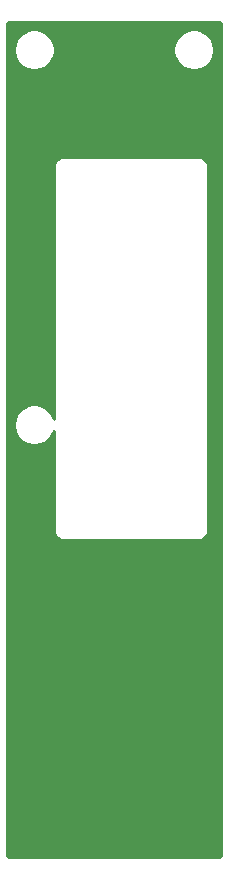
<source format=gbr>
G04 #@! TF.GenerationSoftware,KiCad,Pcbnew,(5.1.5)-3*
G04 #@! TF.CreationDate,2021-03-06T01:38:12+09:00*
G04 #@! TF.ProjectId,Setta21_Top,53657474-6132-4315-9f54-6f702e6b6963,rev?*
G04 #@! TF.SameCoordinates,Original*
G04 #@! TF.FileFunction,Copper,L1,Top*
G04 #@! TF.FilePolarity,Positive*
%FSLAX46Y46*%
G04 Gerber Fmt 4.6, Leading zero omitted, Abs format (unit mm)*
G04 Created by KiCad (PCBNEW (5.1.5)-3) date 2021-03-06 01:38:12*
%MOMM*%
%LPD*%
G04 APERTURE LIST*
%ADD10C,0.254000*%
G04 APERTURE END LIST*
D10*
G36*
X191815000Y-58783736D02*
G01*
X191815001Y-129216263D01*
X191716264Y-129315000D01*
X173783736Y-129315000D01*
X173685000Y-129216264D01*
X173685000Y-92579117D01*
X174265000Y-92579117D01*
X174265000Y-92920883D01*
X174331675Y-93256081D01*
X174462463Y-93571831D01*
X174652337Y-93855998D01*
X174894002Y-94097663D01*
X175178169Y-94287537D01*
X175493919Y-94418325D01*
X175829117Y-94485000D01*
X176170883Y-94485000D01*
X176506081Y-94418325D01*
X176821831Y-94287537D01*
X177105998Y-94097663D01*
X177347663Y-93855998D01*
X177537537Y-93571831D01*
X177665000Y-93264108D01*
X177665000Y-101766353D01*
X177661686Y-101800000D01*
X177674912Y-101934283D01*
X177714081Y-102063406D01*
X177777688Y-102182407D01*
X177863289Y-102286711D01*
X177967593Y-102372312D01*
X178086594Y-102435919D01*
X178215717Y-102475088D01*
X178350000Y-102488314D01*
X178383647Y-102485000D01*
X189966353Y-102485000D01*
X190000000Y-102488314D01*
X190134283Y-102475088D01*
X190263406Y-102435919D01*
X190382407Y-102372312D01*
X190486711Y-102286711D01*
X190572312Y-102182407D01*
X190635919Y-102063406D01*
X190675088Y-101934283D01*
X190685000Y-101833647D01*
X190685000Y-101833646D01*
X190688314Y-101800000D01*
X190685000Y-101766353D01*
X190685000Y-70833647D01*
X190688314Y-70800000D01*
X190675088Y-70665717D01*
X190635919Y-70536594D01*
X190572312Y-70417593D01*
X190486711Y-70313289D01*
X190382407Y-70227688D01*
X190263406Y-70164081D01*
X190134283Y-70124912D01*
X190033647Y-70115000D01*
X190000000Y-70111686D01*
X189966353Y-70115000D01*
X178383647Y-70115000D01*
X178350000Y-70111686D01*
X178316353Y-70115000D01*
X178215717Y-70124912D01*
X178086594Y-70164081D01*
X177967593Y-70227688D01*
X177863289Y-70313289D01*
X177777688Y-70417593D01*
X177714081Y-70536594D01*
X177674912Y-70665717D01*
X177661686Y-70800000D01*
X177665001Y-70833657D01*
X177665000Y-92235892D01*
X177537537Y-91928169D01*
X177347663Y-91644002D01*
X177105998Y-91402337D01*
X176821831Y-91212463D01*
X176506081Y-91081675D01*
X176170883Y-91015000D01*
X175829117Y-91015000D01*
X175493919Y-91081675D01*
X175178169Y-91212463D01*
X174894002Y-91402337D01*
X174652337Y-91644002D01*
X174462463Y-91928169D01*
X174331675Y-92243919D01*
X174265000Y-92579117D01*
X173685000Y-92579117D01*
X173685000Y-60829117D01*
X174265000Y-60829117D01*
X174265000Y-61170883D01*
X174331675Y-61506081D01*
X174462463Y-61821831D01*
X174652337Y-62105998D01*
X174894002Y-62347663D01*
X175178169Y-62537537D01*
X175493919Y-62668325D01*
X175829117Y-62735000D01*
X176170883Y-62735000D01*
X176506081Y-62668325D01*
X176821831Y-62537537D01*
X177105998Y-62347663D01*
X177347663Y-62105998D01*
X177537537Y-61821831D01*
X177668325Y-61506081D01*
X177735000Y-61170883D01*
X177735000Y-60829117D01*
X187765000Y-60829117D01*
X187765000Y-61170883D01*
X187831675Y-61506081D01*
X187962463Y-61821831D01*
X188152337Y-62105998D01*
X188394002Y-62347663D01*
X188678169Y-62537537D01*
X188993919Y-62668325D01*
X189329117Y-62735000D01*
X189670883Y-62735000D01*
X190006081Y-62668325D01*
X190321831Y-62537537D01*
X190605998Y-62347663D01*
X190847663Y-62105998D01*
X191037537Y-61821831D01*
X191168325Y-61506081D01*
X191235000Y-61170883D01*
X191235000Y-60829117D01*
X191168325Y-60493919D01*
X191037537Y-60178169D01*
X190847663Y-59894002D01*
X190605998Y-59652337D01*
X190321831Y-59462463D01*
X190006081Y-59331675D01*
X189670883Y-59265000D01*
X189329117Y-59265000D01*
X188993919Y-59331675D01*
X188678169Y-59462463D01*
X188394002Y-59652337D01*
X188152337Y-59894002D01*
X187962463Y-60178169D01*
X187831675Y-60493919D01*
X187765000Y-60829117D01*
X177735000Y-60829117D01*
X177668325Y-60493919D01*
X177537537Y-60178169D01*
X177347663Y-59894002D01*
X177105998Y-59652337D01*
X176821831Y-59462463D01*
X176506081Y-59331675D01*
X176170883Y-59265000D01*
X175829117Y-59265000D01*
X175493919Y-59331675D01*
X175178169Y-59462463D01*
X174894002Y-59652337D01*
X174652337Y-59894002D01*
X174462463Y-60178169D01*
X174331675Y-60493919D01*
X174265000Y-60829117D01*
X173685000Y-60829117D01*
X173685000Y-58783736D01*
X173783736Y-58685000D01*
X191716264Y-58685000D01*
X191815000Y-58783736D01*
G37*
X191815000Y-58783736D02*
X191815001Y-129216263D01*
X191716264Y-129315000D01*
X173783736Y-129315000D01*
X173685000Y-129216264D01*
X173685000Y-92579117D01*
X174265000Y-92579117D01*
X174265000Y-92920883D01*
X174331675Y-93256081D01*
X174462463Y-93571831D01*
X174652337Y-93855998D01*
X174894002Y-94097663D01*
X175178169Y-94287537D01*
X175493919Y-94418325D01*
X175829117Y-94485000D01*
X176170883Y-94485000D01*
X176506081Y-94418325D01*
X176821831Y-94287537D01*
X177105998Y-94097663D01*
X177347663Y-93855998D01*
X177537537Y-93571831D01*
X177665000Y-93264108D01*
X177665000Y-101766353D01*
X177661686Y-101800000D01*
X177674912Y-101934283D01*
X177714081Y-102063406D01*
X177777688Y-102182407D01*
X177863289Y-102286711D01*
X177967593Y-102372312D01*
X178086594Y-102435919D01*
X178215717Y-102475088D01*
X178350000Y-102488314D01*
X178383647Y-102485000D01*
X189966353Y-102485000D01*
X190000000Y-102488314D01*
X190134283Y-102475088D01*
X190263406Y-102435919D01*
X190382407Y-102372312D01*
X190486711Y-102286711D01*
X190572312Y-102182407D01*
X190635919Y-102063406D01*
X190675088Y-101934283D01*
X190685000Y-101833647D01*
X190685000Y-101833646D01*
X190688314Y-101800000D01*
X190685000Y-101766353D01*
X190685000Y-70833647D01*
X190688314Y-70800000D01*
X190675088Y-70665717D01*
X190635919Y-70536594D01*
X190572312Y-70417593D01*
X190486711Y-70313289D01*
X190382407Y-70227688D01*
X190263406Y-70164081D01*
X190134283Y-70124912D01*
X190033647Y-70115000D01*
X190000000Y-70111686D01*
X189966353Y-70115000D01*
X178383647Y-70115000D01*
X178350000Y-70111686D01*
X178316353Y-70115000D01*
X178215717Y-70124912D01*
X178086594Y-70164081D01*
X177967593Y-70227688D01*
X177863289Y-70313289D01*
X177777688Y-70417593D01*
X177714081Y-70536594D01*
X177674912Y-70665717D01*
X177661686Y-70800000D01*
X177665001Y-70833657D01*
X177665000Y-92235892D01*
X177537537Y-91928169D01*
X177347663Y-91644002D01*
X177105998Y-91402337D01*
X176821831Y-91212463D01*
X176506081Y-91081675D01*
X176170883Y-91015000D01*
X175829117Y-91015000D01*
X175493919Y-91081675D01*
X175178169Y-91212463D01*
X174894002Y-91402337D01*
X174652337Y-91644002D01*
X174462463Y-91928169D01*
X174331675Y-92243919D01*
X174265000Y-92579117D01*
X173685000Y-92579117D01*
X173685000Y-60829117D01*
X174265000Y-60829117D01*
X174265000Y-61170883D01*
X174331675Y-61506081D01*
X174462463Y-61821831D01*
X174652337Y-62105998D01*
X174894002Y-62347663D01*
X175178169Y-62537537D01*
X175493919Y-62668325D01*
X175829117Y-62735000D01*
X176170883Y-62735000D01*
X176506081Y-62668325D01*
X176821831Y-62537537D01*
X177105998Y-62347663D01*
X177347663Y-62105998D01*
X177537537Y-61821831D01*
X177668325Y-61506081D01*
X177735000Y-61170883D01*
X177735000Y-60829117D01*
X187765000Y-60829117D01*
X187765000Y-61170883D01*
X187831675Y-61506081D01*
X187962463Y-61821831D01*
X188152337Y-62105998D01*
X188394002Y-62347663D01*
X188678169Y-62537537D01*
X188993919Y-62668325D01*
X189329117Y-62735000D01*
X189670883Y-62735000D01*
X190006081Y-62668325D01*
X190321831Y-62537537D01*
X190605998Y-62347663D01*
X190847663Y-62105998D01*
X191037537Y-61821831D01*
X191168325Y-61506081D01*
X191235000Y-61170883D01*
X191235000Y-60829117D01*
X191168325Y-60493919D01*
X191037537Y-60178169D01*
X190847663Y-59894002D01*
X190605998Y-59652337D01*
X190321831Y-59462463D01*
X190006081Y-59331675D01*
X189670883Y-59265000D01*
X189329117Y-59265000D01*
X188993919Y-59331675D01*
X188678169Y-59462463D01*
X188394002Y-59652337D01*
X188152337Y-59894002D01*
X187962463Y-60178169D01*
X187831675Y-60493919D01*
X187765000Y-60829117D01*
X177735000Y-60829117D01*
X177668325Y-60493919D01*
X177537537Y-60178169D01*
X177347663Y-59894002D01*
X177105998Y-59652337D01*
X176821831Y-59462463D01*
X176506081Y-59331675D01*
X176170883Y-59265000D01*
X175829117Y-59265000D01*
X175493919Y-59331675D01*
X175178169Y-59462463D01*
X174894002Y-59652337D01*
X174652337Y-59894002D01*
X174462463Y-60178169D01*
X174331675Y-60493919D01*
X174265000Y-60829117D01*
X173685000Y-60829117D01*
X173685000Y-58783736D01*
X173783736Y-58685000D01*
X191716264Y-58685000D01*
X191815000Y-58783736D01*
M02*

</source>
